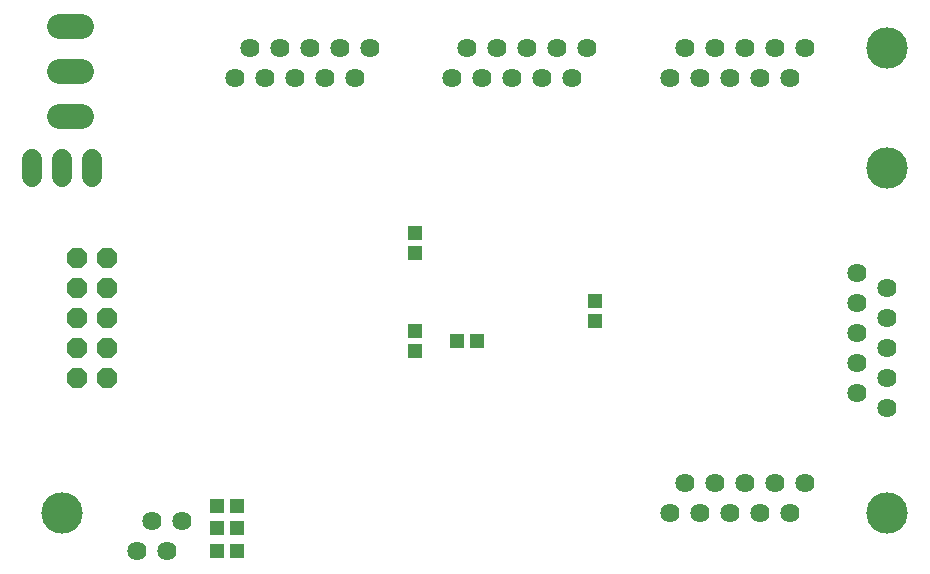
<source format=gbs>
G75*
G70*
%OFA0B0*%
%FSLAX24Y24*%
%IPPOS*%
%LPD*%
%AMOC8*
5,1,8,0,0,1.08239X$1,22.5*
%
%ADD10R,0.0474X0.0513*%
%ADD11OC8,0.0680*%
%ADD12C,0.0640*%
%ADD13C,0.1379*%
%ADD14R,0.0513X0.0474*%
%ADD15C,0.0680*%
%ADD16C,0.0830*%
D10*
X009717Y001558D03*
X010387Y001558D03*
X010387Y002308D03*
X009717Y002308D03*
X009717Y003058D03*
X010387Y003058D03*
X016302Y008224D03*
X016302Y008893D03*
X016302Y011474D03*
X016302Y012143D03*
X022302Y009893D03*
X022302Y009224D03*
D11*
X006052Y009308D03*
X005052Y009308D03*
X005052Y008308D03*
X006052Y008308D03*
X006052Y007308D03*
X005052Y007308D03*
X005052Y010308D03*
X006052Y010308D03*
X006052Y011308D03*
X005052Y011308D03*
D12*
X010302Y017308D03*
X011302Y017308D03*
X012302Y017308D03*
X013302Y017308D03*
X014302Y017308D03*
X014802Y018308D03*
X013802Y018308D03*
X012802Y018308D03*
X011802Y018308D03*
X010802Y018308D03*
X017552Y017308D03*
X018552Y017308D03*
X019552Y017308D03*
X020552Y017308D03*
X021552Y017308D03*
X022052Y018308D03*
X021052Y018308D03*
X020052Y018308D03*
X019052Y018308D03*
X018052Y018308D03*
X024802Y017308D03*
X025802Y017308D03*
X026802Y017308D03*
X027802Y017308D03*
X028802Y017308D03*
X029302Y018308D03*
X028302Y018308D03*
X027302Y018308D03*
X026302Y018308D03*
X025302Y018308D03*
X031052Y010808D03*
X032052Y010308D03*
X031052Y009808D03*
X032052Y009308D03*
X031052Y008808D03*
X032052Y008308D03*
X031052Y007808D03*
X032052Y007308D03*
X031052Y006808D03*
X032052Y006308D03*
X029302Y003808D03*
X028302Y003808D03*
X027302Y003808D03*
X026302Y003808D03*
X025302Y003808D03*
X025802Y002808D03*
X024802Y002808D03*
X026802Y002808D03*
X027802Y002808D03*
X028802Y002808D03*
X008552Y002558D03*
X007552Y002558D03*
X008052Y001558D03*
X007052Y001558D03*
D13*
X004552Y002808D03*
X032052Y002808D03*
X032052Y014308D03*
X032052Y018308D03*
D14*
X018387Y008558D03*
X017717Y008558D03*
D15*
X005552Y014008D02*
X005552Y014608D01*
X004552Y014608D02*
X004552Y014008D01*
X003552Y014008D02*
X003552Y014608D01*
D16*
X004427Y016058D02*
X005177Y016058D01*
X005177Y017558D02*
X004427Y017558D01*
X004427Y019058D02*
X005177Y019058D01*
M02*

</source>
